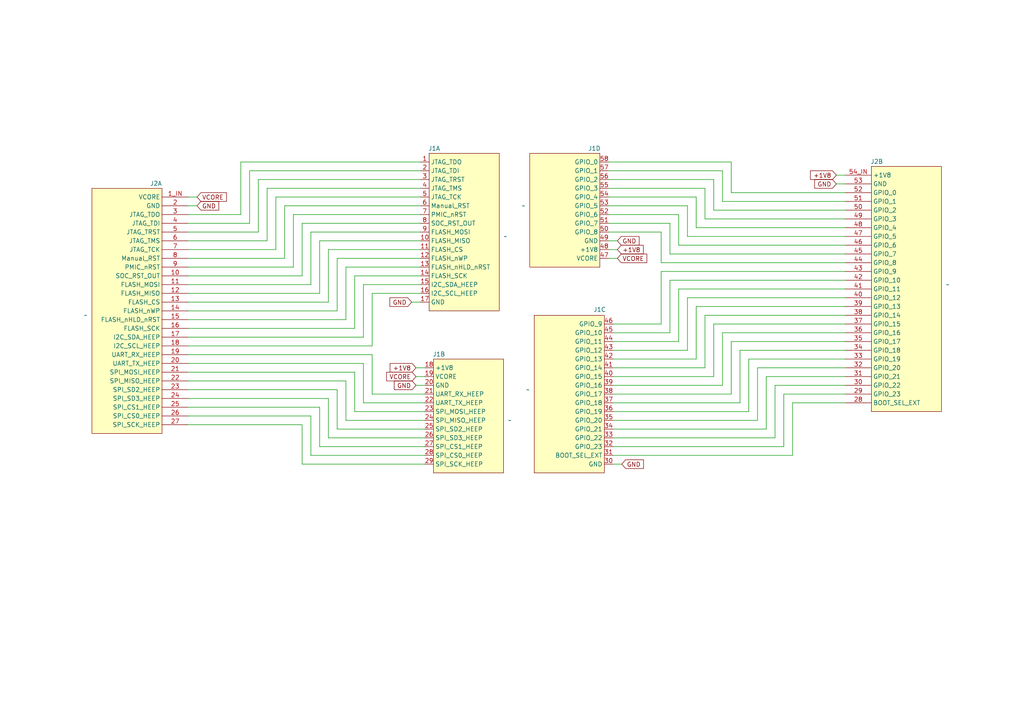
<source format=kicad_sch>
(kicad_sch (version 20231120) (generator "eeschema") (generator_version "8.0")
  (paper "A4")
  (lib_symbols
    (symbol "X-MODs_SchLib:CHEEP_Board_Header_Conn_2.54mm" (in_bom no)
      (property "Reference" "J" (at 0.508 1.778 0))
      (symbol "CHEEP_Board_Header_Conn_2.54mm_1_1"
        (rectangle (start 0 0) (end 20.32 -71.12) (stroke (width 0) (color 128 0 0 1)) (fill (type background)))
        (pin passive line (at -7.62 -25.4 0) (length 7.62) (name "SOC_RST_OUT") (number "10"))
        (pin passive line (at -7.62 -27.94 0) (length 7.62) (name "FLASH_MOSI") (number "11"))
        (pin passive line (at -7.62 -30.48 0) (length 7.62) (name "FLASH_MISO") (number "12"))
        (pin passive line (at -7.62 -33.02 0) (length 7.62) (name "FLASH_CS") (number "13"))
        (pin passive line (at -7.62 -35.56 0) (length 7.62) (name "FLASH_nWP") (number "14"))
        (pin passive line (at -7.62 -38.1 0) (length 7.62) (name "FLASH_nHLD_nRST") (number "15"))
        (pin passive line (at -7.62 -40.64 0) (length 7.62) (name "FLASH_SCK") (number "16"))
        (pin passive line (at -7.62 -43.18 0) (length 7.62) (name "I2C_SDA_HEEP") (number "17"))
        (pin passive line (at -7.62 -45.72 0) (length 7.62) (name "I2C_SCL_HEEP") (number "18"))
        (pin passive line (at -7.62 -48.26 0) (length 7.62) (name "UART_RX_HEEP") (number "19"))
        (pin passive line (at -7.62 -2.54 0) (length 7.62) (name "VCORE") (number "1_IN"))
        (pin passive line (at -7.62 -5.08 0) (length 7.62) (name "GND") (number "2"))
        (pin passive line (at -7.62 -50.8 0) (length 7.62) (name "UART_TX_HEEP") (number "20"))
        (pin passive line (at -7.62 -53.34 0) (length 7.62) (name "SPI_MOSI_HEEP") (number "21"))
        (pin passive line (at -7.62 -55.88 0) (length 7.62) (name "SPI_MISO_HEEP") (number "22"))
        (pin passive line (at -7.62 -58.42 0) (length 7.62) (name "SPI_SD2_HEEP") (number "23"))
        (pin passive line (at -7.62 -60.96 0) (length 7.62) (name "SPI_SD3_HEEP") (number "24"))
        (pin passive line (at -7.62 -63.5 0) (length 7.62) (name "SPI_CS1_HEEP") (number "25"))
        (pin passive line (at -7.62 -66.04 0) (length 7.62) (name "SPI_CS0_HEEP") (number "26"))
        (pin passive line (at -7.62 -68.58 0) (length 7.62) (name "SPI_SCK_HEEP") (number "27"))
        (pin passive line (at -7.62 -7.62 0) (length 7.62) (name "JTAG_TDO") (number "3"))
        (pin passive line (at -7.62 -10.16 0) (length 7.62) (name "JTAG_TDI") (number "4"))
        (pin passive line (at -7.62 -12.7 0) (length 7.62) (name "JTAG_TRST") (number "5"))
        (pin passive line (at -7.62 -15.24 0) (length 7.62) (name "JTAG_TMS") (number "6"))
        (pin passive line (at -7.62 -17.78 0) (length 7.62) (name "JTAG_TCK") (number "7"))
        (pin passive line (at -7.62 -20.32 0) (length 7.62) (name "Manual_RST") (number "8"))
        (pin passive line (at -7.62 -22.86 0) (length 7.62) (name "PMIC_nRST") (number "9"))
      )
      (symbol "CHEEP_Board_Header_Conn_2.54mm_2_1"
        (rectangle (start 0 0) (end 20.32 -71.12) (stroke (width 0) (color 128 0 0 1)) (fill (type background)))
        (pin passive line (at -7.62 -2.54 0) (length 7.62) (name "BOOT_SEL_EXT") (number "28"))
        (pin passive line (at -7.62 -5.08 0) (length 7.62) (name "GPIO_23") (number "29"))
        (pin passive line (at -7.62 -7.62 0) (length 7.62) (name "GPIO_22") (number "30"))
        (pin passive line (at -7.62 -10.16 0) (length 7.62) (name "GPIO_21") (number "31"))
        (pin passive line (at -7.62 -12.7 0) (length 7.62) (name "GPIO_20") (number "32"))
        (pin passive line (at -7.62 -15.24 0) (length 7.62) (name "GPIO_19") (number "33"))
        (pin passive line (at -7.62 -17.78 0) (length 7.62) (name "GPIO_18") (number "34"))
        (pin passive line (at -7.62 -20.32 0) (length 7.62) (name "GPIO_17") (number "35"))
        (pin passive line (at -7.62 -22.86 0) (length 7.62) (name "GPIO_16") (number "36"))
        (pin passive line (at -7.62 -25.4 0) (length 7.62) (name "GPIO_15") (number "37"))
        (pin passive line (at -7.62 -27.94 0) (length 7.62) (name "GPIO_14") (number "38"))
        (pin passive line (at -7.62 -30.48 0) (length 7.62) (name "GPIO_13") (number "39"))
        (pin passive line (at -7.62 -33.02 0) (length 7.62) (name "GPIO_12") (number "40"))
        (pin passive line (at -7.62 -35.56 0) (length 7.62) (name "GPIO_11") (number "41"))
        (pin passive line (at -7.62 -38.1 0) (length 7.62) (name "GPIO_10") (number "42"))
        (pin passive line (at -7.62 -40.64 0) (length 7.62) (name "GPIO_9") (number "43"))
        (pin passive line (at -7.62 -43.18 0) (length 7.62) (name "GPIO_8") (number "44"))
        (pin passive line (at -7.62 -45.72 0) (length 7.62) (name "GPIO_7") (number "45"))
        (pin passive line (at -7.62 -48.26 0) (length 7.62) (name "GPIO_6") (number "46"))
        (pin passive line (at -7.62 -50.8 0) (length 7.62) (name "GPIO_5") (number "47"))
        (pin passive line (at -7.62 -53.34 0) (length 7.62) (name "GPIO_4") (number "48"))
        (pin passive line (at -7.62 -55.88 0) (length 7.62) (name "GPIO_3") (number "49"))
        (pin passive line (at -7.62 -58.42 0) (length 7.62) (name "GPIO_2") (number "50"))
        (pin passive line (at -7.62 -60.96 0) (length 7.62) (name "GPIO_1") (number "51"))
        (pin passive line (at -7.62 -63.5 0) (length 7.62) (name "GPIO_0") (number "52"))
        (pin passive line (at -7.62 -66.04 0) (length 7.62) (name "GND") (number "53"))
        (pin passive line (at -7.62 -68.58 0) (length 7.62) (name "+1V8") (number "54_IN"))
      )
    )
    (symbol "X-MODs_SchLib:CHEEP_Board_Socket_Conn_1.27mm" (in_bom no)
      (property "Reference" "J" (at 0.508 1.778 0))
      (symbol "CHEEP_Board_Socket_Conn_1.27mm_1_1"
        (rectangle (start 0 0) (end 20.32 -45.72) (stroke (width 0) (color 128 0 0 1)) (fill (type background)))
        (pin passive line (at -2.54 -2.54 0) (length 2.54) (name "JTAG_TDO") (number "1"))
        (pin passive line (at -2.54 -25.4 0) (length 2.54) (name "FLASH_MISO") (number "10"))
        (pin passive line (at -2.54 -27.94 0) (length 2.54) (name "FLASH_CS") (number "11"))
        (pin passive line (at -2.54 -30.48 0) (length 2.54) (name "FLASH_nWP") (number "12"))
        (pin passive line (at -2.54 -33.02 0) (length 2.54) (name "FLASH_nHLD_nRST") (number "13"))
        (pin passive line (at -2.54 -35.56 0) (length 2.54) (name "FLASH_SCK") (number "14"))
        (pin passive line (at -2.54 -38.1 0) (length 2.54) (name "I2C_SDA_HEEP") (number "15"))
        (pin passive line (at -2.54 -40.64 0) (length 2.54) (name "I2C_SCL_HEEP") (number "16"))
        (pin passive line (at -2.54 -43.18 0) (length 2.54) (name "GND") (number "17"))
        (pin passive line (at -2.54 -5.08 0) (length 2.54) (name "JTAG_TDI") (number "2"))
        (pin passive line (at -2.54 -7.62 0) (length 2.54) (name "JTAG_TRST") (number "3"))
        (pin passive line (at -2.54 -10.16 0) (length 2.54) (name "JTAG_TMS") (number "4"))
        (pin passive line (at -2.54 -12.7 0) (length 2.54) (name "JTAG_TCK") (number "5"))
        (pin passive line (at -2.54 -15.24 0) (length 2.54) (name "Manual_RST") (number "6"))
        (pin passive line (at -2.54 -17.78 0) (length 2.54) (name "PMIC_nRST") (number "7"))
        (pin passive line (at -2.54 -20.32 0) (length 2.54) (name "SOC_RST_OUT") (number "8"))
        (pin passive line (at -2.54 -22.86 0) (length 2.54) (name "FLASH_MOSI") (number "9"))
      )
      (symbol "CHEEP_Board_Socket_Conn_1.27mm_2_1"
        (rectangle (start 0 0) (end 20.32 -33.02) (stroke (width 0) (color 128 0 0 1)) (fill (type background)))
        (pin passive line (at -2.54 -2.54 0) (length 2.54) (name "+1V8") (number "18"))
        (pin passive line (at -2.54 -5.08 0) (length 2.54) (name "VCORE") (number "19"))
        (pin passive line (at -2.54 -7.62 0) (length 2.54) (name "GND") (number "20"))
        (pin passive line (at -2.54 -10.16 0) (length 2.54) (name "UART_RX_HEEP") (number "21"))
        (pin passive line (at -2.54 -12.7 0) (length 2.54) (name "UART_TX_HEEP") (number "22"))
        (pin passive line (at -2.54 -15.24 0) (length 2.54) (name "SPI_MOSI_HEEP") (number "23"))
        (pin passive line (at -2.54 -17.78 0) (length 2.54) (name "SPI_MISO_HEEP") (number "24"))
        (pin passive line (at -2.54 -20.32 0) (length 2.54) (name "SPI_SD2_HEEP") (number "25"))
        (pin passive line (at -2.54 -22.86 0) (length 2.54) (name "SPI_SD3_HEEP") (number "26"))
        (pin passive line (at -2.54 -25.4 0) (length 2.54) (name "SPI_CS1_HEEP") (number "27"))
        (pin passive line (at -2.54 -27.94 0) (length 2.54) (name "SPI_CS0_HEEP") (number "28"))
        (pin passive line (at -2.54 -30.48 0) (length 2.54) (name "SPI_SCK_HEEP") (number "29"))
      )
      (symbol "CHEEP_Board_Socket_Conn_1.27mm_3_1"
        (rectangle (start 0 0) (end 20.32 -45.72) (stroke (width 0) (color 128 0 0 1)) (fill (type background)))
        (pin passive line (at -2.54 -2.54 0) (length 2.54) (name "GND") (number "30"))
        (pin passive line (at -2.54 -5.08 0) (length 2.54) (name "BOOT_SEL_EXT") (number "31"))
        (pin passive line (at -2.54 -7.62 0) (length 2.54) (name "GPIO_23") (number "32"))
        (pin passive line (at -2.54 -10.16 0) (length 2.54) (name "GPIO_22") (number "33"))
        (pin passive line (at -2.54 -12.7 0) (length 2.54) (name "GPIO_21") (number "34"))
        (pin passive line (at -2.54 -15.24 0) (length 2.54) (name "GPIO_20") (number "35"))
        (pin passive line (at -2.54 -17.78 0) (length 2.54) (name "GPIO_19") (number "36"))
        (pin passive line (at -2.54 -20.32 0) (length 2.54) (name "GPIO_18") (number "37"))
        (pin passive line (at -2.54 -22.86 0) (length 2.54) (name "GPIO_17") (number "38"))
        (pin passive line (at -2.54 -25.4 0) (length 2.54) (name "GPIO_16") (number "39"))
        (pin passive line (at -2.54 -27.94 0) (length 2.54) (name "GPIO_15") (number "40"))
        (pin passive line (at -2.54 -30.48 0) (length 2.54) (name "GPIO_14") (number "41"))
        (pin passive line (at -2.54 -33.02 0) (length 2.54) (name "GPIO_13") (number "42"))
        (pin passive line (at -2.54 -35.56 0) (length 2.54) (name "GPIO_12") (number "43"))
        (pin passive line (at -2.54 -38.1 0) (length 2.54) (name "GPIO_11") (number "44"))
        (pin passive line (at -2.54 -40.64 0) (length 2.54) (name "GPIO_10") (number "45"))
        (pin passive line (at -2.54 -43.18 0) (length 2.54) (name "GPIO_9") (number "46"))
      )
      (symbol "CHEEP_Board_Socket_Conn_1.27mm_4_1"
        (rectangle (start 0 0) (end 20.32 -33.02) (stroke (width 0) (color 128 0 0 1)) (fill (type background)))
        (pin passive line (at -2.54 -2.54 0) (length 2.54) (name "VCORE") (number "47"))
        (pin passive line (at -2.54 -5.08 0) (length 2.54) (name "+1V8") (number "48"))
        (pin passive line (at -2.54 -7.62 0) (length 2.54) (name "GND") (number "49"))
        (pin passive line (at -2.54 -10.16 0) (length 2.54) (name "GPIO_8") (number "50"))
        (pin passive line (at -2.54 -12.7 0) (length 2.54) (name "GPIO_7") (number "51"))
        (pin passive line (at -2.54 -15.24 0) (length 2.54) (name "GPIO_6") (number "52"))
        (pin passive line (at -2.54 -17.78 0) (length 2.54) (name "GPIO_5") (number "53"))
        (pin passive line (at -2.54 -20.32 0) (length 2.54) (name "GPIO_4") (number "54"))
        (pin passive line (at -2.54 -22.86 0) (length 2.54) (name "GPIO_3") (number "55"))
        (pin passive line (at -2.54 -25.4 0) (length 2.54) (name "GPIO_2") (number "56"))
        (pin passive line (at -2.54 -27.94 0) (length 2.54) (name "GPIO_1") (number "57"))
        (pin passive line (at -2.54 -30.48 0) (length 2.54) (name "GPIO_0") (number "58"))
      )
    )
  )
  (wire (pts (xy 121.92 54.61) (xy 77.47 54.61)))
  (wire (pts (xy 222.25 124.46) (xy 222.25 109.22)))
  (wire (pts (xy 177.8 93.98) (xy 191.77 93.98)))
  (wire (pts (xy 121.92 59.69) (xy 82.55 59.69)))
  (wire (pts (xy 100.33 77.47) (xy 100.33 92.71)))
  (wire (pts (xy 176.53 74.93) (xy 179.07 74.93)))
  (wire (pts (xy 177.8 127) (xy 224.79 127)))
  (wire (pts (xy 177.8 124.46) (xy 222.25 124.46)))
  (wire (pts (xy 87.63 80.01) (xy 54.61 80.01)))
  (wire (pts (xy 80.01 72.39) (xy 54.61 72.39)))
  (wire (pts (xy 176.53 64.77) (xy 194.31 64.77)))
  (wire (pts (xy 105.41 105.41) (xy 105.41 116.84)))
  (wire (pts (xy 204.47 54.61) (xy 204.47 63.5)))
  (wire (pts (xy 102.87 95.25) (xy 54.61 95.25)))
  (wire (pts (xy 102.87 107.95) (xy 54.61 107.95)))
  (wire (pts (xy 177.8 104.14) (xy 201.93 104.14)))
  (wire (pts (xy 209.55 96.52) (xy 245.11 96.52)))
  (wire (pts (xy 212.09 99.06) (xy 245.11 99.06)))
  (wire (pts (xy 121.92 64.77) (xy 87.63 64.77)))
  (wire (pts (xy 105.41 116.84) (xy 123.19 116.84)))
  (wire (pts (xy 121.92 72.39) (xy 95.25 72.39)))
  (wire (pts (xy 196.85 83.82) (xy 245.11 83.82)))
  (wire (pts (xy 107.95 100.33) (xy 54.61 100.33)))
  (wire (pts (xy 85.09 77.47) (xy 54.61 77.47)))
  (wire (pts (xy 54.61 59.69) (xy 57.15 59.69)))
  (wire (pts (xy 121.92 80.01) (xy 102.87 80.01)))
  (wire (pts (xy 92.71 129.54) (xy 92.71 118.11)))
  (wire (pts (xy 177.8 101.6) (xy 199.39 101.6)))
  (wire (pts (xy 227.33 129.54) (xy 227.33 114.3)))
  (wire (pts (xy 177.8 114.3) (xy 212.09 114.3)))
  (wire (pts (xy 201.93 88.9) (xy 245.11 88.9)))
  (wire (pts (xy 229.87 132.08) (xy 229.87 116.84)))
  (wire (pts (xy 95.25 87.63) (xy 54.61 87.63)))
  (wire (pts (xy 177.8 106.68) (xy 204.47 106.68)))
  (wire (pts (xy 191.77 76.2) (xy 191.77 67.31)))
  (wire (pts (xy 97.79 90.17) (xy 54.61 90.17)))
  (wire (pts (xy 121.92 69.85) (xy 92.71 69.85)))
  (wire (pts (xy 107.95 114.3) (xy 107.95 102.87)))
  (wire (pts (xy 199.39 68.58) (xy 245.11 68.58)))
  (wire (pts (xy 121.92 85.09) (xy 107.95 85.09)))
  (wire (pts (xy 217.17 104.14) (xy 245.11 104.14)))
  (wire (pts (xy 54.61 105.41) (xy 105.41 105.41)))
  (wire (pts (xy 90.17 67.31) (xy 90.17 82.55)))
  (wire (pts (xy 177.8 119.38) (xy 217.17 119.38)))
  (wire (pts (xy 105.41 82.55) (xy 105.41 97.79)))
  (wire (pts (xy 72.39 64.77) (xy 54.61 64.77)))
  (wire (pts (xy 121.92 46.99) (xy 69.85 46.99)))
  (wire (pts (xy 123.19 124.46) (xy 97.79 124.46)))
  (wire (pts (xy 176.53 49.53) (xy 209.55 49.53)))
  (wire (pts (xy 245.11 60.96) (xy 207.01 60.96)))
  (wire (pts (xy 121.92 49.53) (xy 72.39 49.53)))
  (wire (pts (xy 176.53 72.39) (xy 179.07 72.39)))
  (wire (pts (xy 176.53 46.99) (xy 212.09 46.99)))
  (wire (pts (xy 199.39 101.6) (xy 199.39 86.36)))
  (wire (pts (xy 176.53 54.61) (xy 204.47 54.61)))
  (wire (pts (xy 100.33 92.71) (xy 54.61 92.71)))
  (wire (pts (xy 199.39 86.36) (xy 245.11 86.36)))
  (wire (pts (xy 82.55 59.69) (xy 82.55 74.93)))
  (wire (pts (xy 177.8 134.62) (xy 180.34 134.62)))
  (wire (pts (xy 222.25 109.22) (xy 245.11 109.22)))
  (wire (pts (xy 87.63 64.77) (xy 87.63 80.01)))
  (wire (pts (xy 123.19 129.54) (xy 92.71 129.54)))
  (wire (pts (xy 212.09 55.88) (xy 212.09 46.99)))
  (wire (pts (xy 245.11 66.04) (xy 201.93 66.04)))
  (wire (pts (xy 196.85 99.06) (xy 196.85 83.82)))
  (wire (pts (xy 199.39 59.69) (xy 199.39 68.58)))
  (wire (pts (xy 209.55 49.53) (xy 209.55 58.42)))
  (wire (pts (xy 209.55 58.42) (xy 245.11 58.42)))
  (wire (pts (xy 105.41 97.79) (xy 54.61 97.79)))
  (wire (pts (xy 92.71 85.09) (xy 54.61 85.09)))
  (wire (pts (xy 224.79 111.76) (xy 245.11 111.76)))
  (wire (pts (xy 177.8 116.84) (xy 214.63 116.84)))
  (wire (pts (xy 82.55 74.93) (xy 54.61 74.93)))
  (wire (pts (xy 90.17 132.08) (xy 123.19 132.08)))
  (wire (pts (xy 227.33 114.3) (xy 245.11 114.3)))
  (wire (pts (xy 87.63 123.19) (xy 54.61 123.19)))
  (wire (pts (xy 85.09 62.23) (xy 85.09 77.47)))
  (wire (pts (xy 201.93 57.15) (xy 176.53 57.15)))
  (wire (pts (xy 204.47 106.68) (xy 204.47 91.44)))
  (wire (pts (xy 245.11 55.88) (xy 212.09 55.88)))
  (wire (pts (xy 90.17 82.55) (xy 54.61 82.55)))
  (wire (pts (xy 196.85 71.12) (xy 196.85 62.23)))
  (wire (pts (xy 194.31 64.77) (xy 194.31 73.66)))
  (wire (pts (xy 176.53 62.23) (xy 196.85 62.23)))
  (wire (pts (xy 123.19 114.3) (xy 107.95 114.3)))
  (wire (pts (xy 177.8 121.92) (xy 219.71 121.92)))
  (wire (pts (xy 194.31 96.52) (xy 194.31 81.28)))
  (wire (pts (xy 74.93 67.31) (xy 54.61 67.31)))
  (wire (pts (xy 201.93 66.04) (xy 201.93 57.15)))
  (wire (pts (xy 214.63 101.6) (xy 245.11 101.6)))
  (wire (pts (xy 177.8 96.52) (xy 194.31 96.52)))
  (wire (pts (xy 191.77 93.98) (xy 191.77 78.74)))
  (wire (pts (xy 77.47 54.61) (xy 77.47 69.85)))
  (wire (pts (xy 194.31 81.28) (xy 245.11 81.28)))
  (wire (pts (xy 72.39 49.53) (xy 72.39 64.77)))
  (wire (pts (xy 209.55 111.76) (xy 209.55 96.52)))
  (wire (pts (xy 100.33 121.92) (xy 123.19 121.92)))
  (wire (pts (xy 95.25 115.57) (xy 95.25 127)))
  (wire (pts (xy 107.95 85.09) (xy 107.95 100.33)))
  (wire (pts (xy 121.92 77.47) (xy 100.33 77.47)))
  (wire (pts (xy 242.57 50.8) (xy 245.11 50.8)))
  (wire (pts (xy 54.61 57.15) (xy 57.15 57.15)))
  (wire (pts (xy 54.61 115.57) (xy 95.25 115.57)))
  (wire (pts (xy 95.25 72.39) (xy 95.25 87.63)))
  (wire (pts (xy 212.09 114.3) (xy 212.09 99.06)))
  (wire (pts (xy 102.87 119.38) (xy 102.87 107.95)))
  (wire (pts (xy 69.85 62.23) (xy 54.61 62.23)))
  (wire (pts (xy 201.93 104.14) (xy 201.93 88.9)))
  (wire (pts (xy 100.33 110.49) (xy 100.33 121.92)))
  (wire (pts (xy 97.79 74.93) (xy 97.79 90.17)))
  (wire (pts (xy 123.19 134.62) (xy 87.63 134.62)))
  (wire (pts (xy 69.85 46.99) (xy 69.85 62.23)))
  (wire (pts (xy 107.95 102.87) (xy 54.61 102.87)))
  (wire (pts (xy 54.61 110.49) (xy 100.33 110.49)))
  (wire (pts (xy 207.01 93.98) (xy 245.11 93.98)))
  (wire (pts (xy 120.65 111.76) (xy 123.19 111.76)))
  (wire (pts (xy 92.71 69.85) (xy 92.71 85.09)))
  (wire (pts (xy 219.71 121.92) (xy 219.71 106.68)))
  (wire (pts (xy 74.93 52.07) (xy 121.92 52.07)))
  (wire (pts (xy 74.93 52.07) (xy 74.93 67.31)))
  (wire (pts (xy 177.8 129.54) (xy 227.33 129.54)))
  (wire (pts (xy 119.38 87.63) (xy 121.92 87.63)))
  (wire (pts (xy 97.79 124.46) (xy 97.79 113.03)))
  (wire (pts (xy 177.8 109.22) (xy 207.01 109.22)))
  (wire (pts (xy 242.57 53.34) (xy 245.11 53.34)))
  (wire (pts (xy 121.92 67.31) (xy 90.17 67.31)))
  (wire (pts (xy 219.71 106.68) (xy 245.11 106.68)))
  (wire (pts (xy 204.47 91.44) (xy 245.11 91.44)))
  (wire (pts (xy 204.47 63.5) (xy 245.11 63.5)))
  (wire (pts (xy 229.87 116.84) (xy 245.11 116.84)))
  (wire (pts (xy 123.19 119.38) (xy 102.87 119.38)))
  (wire (pts (xy 121.92 62.23) (xy 85.09 62.23)))
  (wire (pts (xy 207.01 52.07) (xy 176.53 52.07)))
  (wire (pts (xy 97.79 113.03) (xy 54.61 113.03)))
  (wire (pts (xy 176.53 67.31) (xy 191.77 67.31)))
  (wire (pts (xy 176.53 59.69) (xy 199.39 59.69)))
  (wire (pts (xy 102.87 80.01) (xy 102.87 95.25)))
  (wire (pts (xy 191.77 78.74) (xy 245.11 78.74)))
  (wire (pts (xy 123.19 109.22) (xy 120.65 109.22)))
  (wire (pts (xy 87.63 134.62) (xy 87.63 123.19)))
  (wire (pts (xy 120.65 106.68) (xy 123.19 106.68)))
  (wire (pts (xy 217.17 119.38) (xy 217.17 104.14)))
  (wire (pts (xy 77.47 69.85) (xy 54.61 69.85)))
  (wire (pts (xy 54.61 120.65) (xy 90.17 120.65)))
  (wire (pts (xy 95.25 127) (xy 123.19 127)))
  (wire (pts (xy 224.79 127) (xy 224.79 111.76)))
  (wire (pts (xy 177.8 132.08) (xy 229.87 132.08)))
  (wire (pts (xy 90.17 120.65) (xy 90.17 132.08)))
  (wire (pts (xy 177.8 111.76) (xy 209.55 111.76)))
  (wire (pts (xy 214.63 116.84) (xy 214.63 101.6)))
  (wire (pts (xy 121.92 74.93) (xy 97.79 74.93)))
  (wire (pts (xy 121.92 82.55) (xy 105.41 82.55)))
  (wire (pts (xy 194.31 73.66) (xy 245.11 73.66)))
  (wire (pts (xy 121.92 57.15) (xy 80.01 57.15)))
  (wire (pts (xy 207.01 60.96) (xy 207.01 52.07)))
  (wire (pts (xy 177.8 99.06) (xy 196.85 99.06)))
  (wire (pts (xy 245.11 71.12) (xy 196.85 71.12)))
  (wire (pts (xy 92.71 118.11) (xy 54.61 118.11)))
  (wire (pts (xy 245.11 76.2) (xy 191.77 76.2)))
  (wire (pts (xy 80.01 57.15) (xy 80.01 72.39)))
  (wire (pts (xy 207.01 109.22) (xy 207.01 93.98)))
  (wire (pts (xy 176.53 69.85) (xy 179.07 69.85)))
  (global_label "GND" (shape input) (at 180.34 134.62 0) (property "Intersheetrefs" "${INTERSHEET_REFS}" (effects (hide yes))))
  (global_label "GND" (shape input) (at 57.15 59.69 0) (property "Intersheetrefs" "${INTERSHEET_REFS}" (effects (hide yes))))
  (global_label "+1V8" (shape input) (at 242.57 50.8 180) (property "Intersheetrefs" "${INTERSHEET_REFS}" (effects (hide yes))))
  (global_label "+1V8" (shape input) (at 179.07 72.39 0) (property "Intersheetrefs" "${INTERSHEET_REFS}" (effects (hide yes))))
  (global_label "VCORE" (shape input) (at 57.15 57.15 0) (property "Intersheetrefs" "${INTERSHEET_REFS}" (effects (hide yes))))
  (global_label "VCORE" (shape input) (at 179.07 74.93 0) (property "Intersheetrefs" "${INTERSHEET_REFS}" (effects (hide yes))))
  (global_label "GND" (shape input) (at 242.57 53.34 180) (property "Intersheetrefs" "${INTERSHEET_REFS}" (effects (hide yes))))
  (global_label "+1V8" (shape input) (at 120.65 106.68 180) (property "Intersheetrefs" "${INTERSHEET_REFS}" (effects (hide yes))))
  (global_label "GND" (shape input) (at 120.65 111.76 180) (property "Intersheetrefs" "${INTERSHEET_REFS}" (effects (hide yes))))
  (global_label "GND" (shape input) (at 179.07 69.85 0) (property "Intersheetrefs" "${INTERSHEET_REFS}" (effects (hide yes))))
  (global_label "GND" (shape input) (at 119.38 87.63 180) (property "Intersheetrefs" "${INTERSHEET_REFS}" (effects (hide yes))))
  (global_label "VCORE" (shape input) (at 120.65 109.22 180) (property "Intersheetrefs" "${INTERSHEET_REFS}" (effects (hide yes))))
  (symbol (lib_id "X-MODs_SchLib:CHEEP_Board_Socket_Conn_1.27mm") (at 125.73 104.14 0) (unit 2) (in_bom no)
    (property "Reference" "J1" (at 125.476 102.7429 0) (effects (justify left)))
    (property "Value" "~" (at 147.32 121.92 0) (effects (justify left)))
    (property "Footprint" "X-MODs_PcbLib:CHEEP_Board_Socket_Conn_1.27mm" (effects (hide yes)))
    (property "Description" "CHEEP_Board_Socket_Conn_1.27mm" (effects (hide yes)))
  )
  (symbol (lib_id "X-MODs_SchLib:CHEEP_Board_Header_Conn_2.54mm") (at 46.99 54.61 0) (mirror y) (unit 1) (in_bom no)
    (property "Reference" "J2" (at 46.99 53.2129 0) (effects (justify left)))
    (property "Value" "~" (at 25.4 91.44 0) (effects (justify left)))
    (property "Footprint" "X-MODs_PcbLib:CHEEP_Board_Header_Conn_2.54mm" (effects (hide yes)))
    (property "Description" "CHEEP_Board_Header_Conn_2.54mm" (effects (hide yes)))
  )
  (symbol (lib_id "X-MODs_SchLib:CHEEP_Board_Socket_Conn_1.27mm") (at 124.46 44.45 0) (unit 1) (in_bom no)
    (property "Reference" "J1" (at 124.206 43.0529 0) (effects (justify left)))
    (property "Value" "~" (at 146.05 68.58 0) (effects (justify left)))
    (property "Footprint" "X-MODs_PcbLib:CHEEP_Board_Socket_Conn_1.27mm" (effects (hide yes)))
    (property "Description" "CHEEP_Board_Socket_Conn_1.27mm" (effects (hide yes)))
  )
  (symbol (lib_id "X-MODs_SchLib:CHEEP_Board_Socket_Conn_1.27mm") (at 175.26 137.16 180) (unit 3) (in_bom no)
    (property "Reference" "J1" (at 175.768 89.7891 0) (effects (justify left)))
    (property "Value" "~" (at 153.67 113.03 0) (effects (justify left)))
    (property "Footprint" "X-MODs_PcbLib:CHEEP_Board_Socket_Conn_1.27mm" (effects (hide yes)))
    (property "Description" "CHEEP_Board_Socket_Conn_1.27mm" (effects (hide yes)))
  )
  (symbol (lib_id "X-MODs_SchLib:CHEEP_Board_Socket_Conn_1.27mm") (at 173.99 77.47 180) (unit 4) (in_bom no)
    (property "Reference" "J1" (at 174.244 43.0531 0) (effects (justify left)))
    (property "Value" "~" (at 152.4 59.69 0) (effects (justify left)))
    (property "Footprint" "X-MODs_PcbLib:CHEEP_Board_Socket_Conn_1.27mm" (effects (hide yes)))
    (property "Description" "CHEEP_Board_Socket_Conn_1.27mm" (effects (hide yes)))
  )
  (symbol (lib_id "X-MODs_SchLib:CHEEP_Board_Header_Conn_2.54mm") (at 252.73 119.38 0) (mirror x) (unit 2) (in_bom no)
    (property "Reference" "J2" (at 252.476 46.8631 0) (effects (justify left)))
    (property "Value" "~" (at 274.32 82.55 0) (effects (justify left)))
    (property "Footprint" "X-MODs_PcbLib:CHEEP_Board_Header_Conn_2.54mm" (effects (hide yes)))
    (property "Description" "CHEEP_Board_Header_Conn_2.54mm" (effects (hide yes)))
  )
)
</source>
